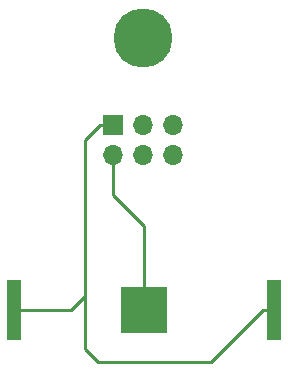
<source format=gbl>
G04 #@! TF.GenerationSoftware,KiCad,Pcbnew,5.0.2-bee76a0~70~ubuntu18.04.1*
G04 #@! TF.CreationDate,2019-04-03T21:22:13-07:00*
G04 #@! TF.ProjectId,sao-pin,73616f2d-7069-46e2-9e6b-696361645f70,rev?*
G04 #@! TF.SameCoordinates,Original*
G04 #@! TF.FileFunction,Copper,L2,Bot*
G04 #@! TF.FilePolarity,Positive*
%FSLAX46Y46*%
G04 Gerber Fmt 4.6, Leading zero omitted, Abs format (unit mm)*
G04 Created by KiCad (PCBNEW 5.0.2-bee76a0~70~ubuntu18.04.1) date Wed 03 Apr 2019 09:22:13 PM PDT*
%MOMM*%
%LPD*%
G01*
G04 APERTURE LIST*
G04 #@! TA.AperFunction,SMDPad,CuDef*
%ADD10R,3.960000X3.960000*%
G04 #@! TD*
G04 #@! TA.AperFunction,SMDPad,CuDef*
%ADD11R,1.270000X5.080000*%
G04 #@! TD*
G04 #@! TA.AperFunction,ComponentPad*
%ADD12R,1.700000X1.700000*%
G04 #@! TD*
G04 #@! TA.AperFunction,ComponentPad*
%ADD13O,1.700000X1.700000*%
G04 #@! TD*
G04 #@! TA.AperFunction,BGAPad,CuDef*
%ADD14C,5.000000*%
G04 #@! TD*
G04 #@! TA.AperFunction,Conductor*
%ADD15C,0.250000*%
G04 #@! TD*
G04 APERTURE END LIST*
D10*
G04 #@! TO.P,BT1,2*
G04 #@! TO.N,GND*
X144678400Y-118000000D03*
D11*
G04 #@! TO.P,BT1,1*
G04 #@! TO.N,VCC*
X133693400Y-118000000D03*
X155663400Y-118000000D03*
G04 #@! TD*
D12*
G04 #@! TO.P,J1,1*
G04 #@! TO.N,VCC*
X142060000Y-102360000D03*
D13*
G04 #@! TO.P,J1,2*
G04 #@! TO.N,GND*
X142060000Y-104900000D03*
G04 #@! TO.P,J1,3*
G04 #@! TO.N,Net-(J1-Pad3)*
X144600000Y-102360000D03*
G04 #@! TO.P,J1,4*
G04 #@! TO.N,Net-(J1-Pad4)*
X144600000Y-104900000D03*
G04 #@! TO.P,J1,5*
G04 #@! TO.N,Net-(J1-Pad5)*
X147140000Y-102360000D03*
G04 #@! TO.P,J1,6*
G04 #@! TO.N,Net-(J1-Pad6)*
X147140000Y-104900000D03*
G04 #@! TD*
D14*
G04 #@! TO.P,g1,1*
G04 #@! TO.N,N/C*
X144600000Y-95000000D03*
G04 #@! TD*
D15*
G04 #@! TO.N,VCC*
X140960000Y-102360000D02*
X139700000Y-103620000D01*
X142060000Y-102360000D02*
X140960000Y-102360000D01*
X139700000Y-103620000D02*
X139700000Y-116800000D01*
X138500000Y-118000000D02*
X133693400Y-118000000D01*
X139700000Y-116800000D02*
X138500000Y-118000000D01*
X139700000Y-116800000D02*
X139700000Y-121300000D01*
X139700000Y-121300000D02*
X140800000Y-122400000D01*
X154778400Y-118000000D02*
X155663400Y-118000000D01*
X150378400Y-122400000D02*
X154778400Y-118000000D01*
X140800000Y-122400000D02*
X150378400Y-122400000D01*
G04 #@! TO.N,GND*
X144678400Y-118000000D02*
X144678400Y-110878400D01*
X142060000Y-108260000D02*
X142060000Y-104900000D01*
X144678400Y-110878400D02*
X142060000Y-108260000D01*
G04 #@! TD*
M02*

</source>
